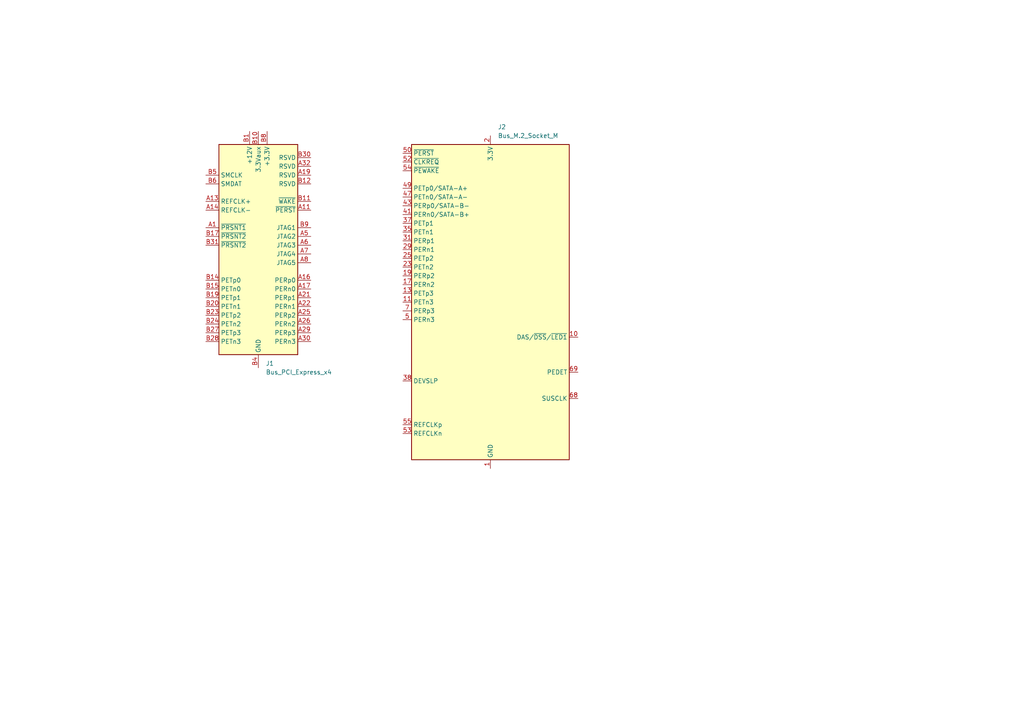
<source format=kicad_sch>
(kicad_sch (version 20250114) (generator "eeschema") (generator_version "9.0")
  (paper "A4")
  (lib_symbols
    (symbol "Connector:Bus_M.2_Socket_M"
      (property "Reference" "J" (at -22.86 46.99 0))
      (property "Value" "Bus_M.2_Socket_M" (at 16.51 46.99 0))
      (symbol "Bus_M.2_Socket_M_0_1"
        (rectangle (start -22.86 45.72) (end 22.86 -45.72) (stroke (width 0.254)) (fill (type background)))
      )
      (symbol "Bus_M.2_Socket_M_1_1"
        (pin output line (at -25.4 43.18 0) (length 2.54) (name "~{PERST}") (number "50"))
        (pin bidirectional line (at -25.4 40.64 0) (length 2.54) (name "~{CLKREQ}") (number "52"))
        (pin bidirectional line (at -25.4 38.1 0) (length 2.54) (name "~{PEWAKE}") (number "54"))
        (pin output line (at -25.4 33.02 0) (length 2.54) (name "PETp0/SATA-A+") (number "49"))
        (pin output line (at -25.4 30.48 0) (length 2.54) (name "PETn0/SATA-A-") (number "47"))
        (pin input line (at -25.4 27.94 0) (length 2.54) (name "PERp0/SATA-B-") (number "43"))
        (pin input line (at -25.4 25.4 0) (length 2.54) (name "PERn0/SATA-B+") (number "41"))
        (pin output line (at -25.4 22.86 0) (length 2.54) (name "PETp1") (number "37"))
        (pin output line (at -25.4 20.32 0) (length 2.54) (name "PETn1") (number "35"))
        (pin input line (at -25.4 17.78 0) (length 2.54) (name "PERp1") (number "31"))
        (pin input line (at -25.4 15.24 0) (length 2.54) (name "PERn1") (number "29"))
        (pin output line (at -25.4 12.7 0) (length 2.54) (name "PETp2") (number "25"))
        (pin output line (at -25.4 10.16 0) (length 2.54) (name "PETn2") (number "23"))
        (pin input line (at -25.4 7.62 0) (length 2.54) (name "PERp2") (number "19"))
        (pin input line (at -25.4 5.08 0) (length 2.54) (name "PERn2") (number "17"))
        (pin output line (at -25.4 2.54 0) (length 2.54) (name "PETp3") (number "13"))
        (pin output line (at -25.4 0 0) (length 2.54) (name "PETn3") (number "11"))
        (pin input line (at -25.4 -2.54 0) (length 2.54) (name "PERp3") (number "7"))
        (pin input line (at -25.4 -5.08 0) (length 2.54) (name "PERn3") (number "5"))
        (pin output line (at -25.4 -22.86 0) (length 2.54) (name "DEVSLP") (number "38"))
        (pin output line (at -25.4 -35.56 0) (length 2.54) (name "REFCLKp") (number "55"))
        (pin output line (at -25.4 -38.1 0) (length 2.54) (name "REFCLKn") (number "53"))
        (pin passive line (at 0 48.26 270) (length 2.54) (hide yes) (name "3.3V") (number "12"))
        (pin passive line (at 0 48.26 270) (length 2.54) (hide yes) (name "3.3V") (number "14"))
        (pin passive line (at 0 48.26 270) (length 2.54) (hide yes) (name "3.3V") (number "16"))
        (pin passive line (at 0 48.26 270) (length 2.54) (hide yes) (name "3.3V") (number "18"))
        (pin power_in line (at 0 48.26 270) (length 2.54) (name "3.3V") (number "2"))
        (pin passive line (at 0 48.26 270) (length 2.54) (hide yes) (name "3.3V") (number "4"))
        (pin passive line (at 0 48.26 270) (length 2.54) (hide yes) (name "3.3V") (number "70"))
        (pin passive line (at 0 48.26 270) (length 2.54) (hide yes) (name "3.3V") (number "72"))
        (pin passive line (at 0 48.26 270) (length 2.54) (hide yes) (name "3.3V") (number "74"))
        (pin power_in line (at 0 -48.26 90) (length 2.54) (name "GND") (number "1"))
        (pin passive line (at 0 -48.26 90) (length 2.54) (hide yes) (name "GND") (number "15"))
        (pin passive line (at 0 -48.26 90) (length 2.54) (hide yes) (name "GND") (number "21"))
        (pin passive line (at 0 -48.26 90) (length 2.54) (hide yes) (name "GND") (number "27"))
        (pin passive line (at 0 -48.26 90) (length 2.54) (hide yes) (name "GND") (number "3"))
        (pin passive line (at 0 -48.26 90) (length 2.54) (hide yes) (name "GND") (number "33"))
        (pin passive line (at 0 -48.26 90) (length 2.54) (hide yes) (name "GND") (number "39"))
        (pin passive line (at 0 -48.26 90) (length 2.54) (hide yes) (name "GND") (number "45"))
        (pin passive line (at 0 -48.26 90) (length 2.54) (hide yes) (name "GND") (number "51"))
        (pin passive line (at 0 -48.26 90) (length 2.54) (hide yes) (name "GND") (number "57"))
        (pin passive line (at 0 -48.26 90) (length 2.54) (hide yes) (name "GND") (number "71"))
        (pin passive line (at 0 -48.26 90) (length 2.54) (hide yes) (name "GND") (number "73"))
        (pin passive line (at 0 -48.26 90) (length 2.54) (hide yes) (name "GND") (number "75"))
        (pin passive line (at 0 -48.26 90) (length 2.54) (hide yes) (name "GND") (number "9"))
        (pin no_connect line (at 22.86 40.64 180) (length 2.54) (hide yes) (name "NC") (number "58"))
        (pin no_connect line (at 22.86 38.1 180) (length 2.54) (hide yes) (name "NC") (number "56"))
        (pin no_connect line (at 22.86 35.56 180) (length 2.54) (hide yes) (name "NC") (number "48"))
        (pin no_connect line (at 22.86 33.02 180) (length 2.54) (hide yes) (name "NC") (number "46"))
        (pin no_connect line (at 22.86 30.48 180) (length 2.54) (hide yes) (name "NC") (number "44"))
        (pin no_connect line (at 22.86 27.94 180) (length 2.54) (hide yes) (name "NC") (number "42"))
        (pin no_connect line (at 22.86 25.4 180) (length 2.54) (hide yes) (name "NC") (number "40"))
        (pin no_connect line (at 22.86 22.86 180) (length 2.54) (hide yes) (name "NC") (number "36"))
        (pin no_connect line (at 22.86 20.32 180) (length 2.54) (hide yes) (name "NC") (number "34"))
        (pin no_connect line (at 22.86 17.78 180) (length 2.54) (hide yes) (name "NC") (number "32"))
        (pin no_connect line (at 22.86 15.24 180) (length 2.54) (hide yes) (name "NC") (number "30"))
        (pin no_connect line (at 22.86 12.7 180) (length 2.54) (hide yes) (name "NC") (number "28"))
        (pin no_connect line (at 22.86 10.16 180) (length 2.54) (hide yes) (name "NC") (number "26"))
        (pin no_connect line (at 22.86 7.62 180) (length 2.54) (hide yes) (name "NC") (number "24"))
        (pin no_connect line (at 22.86 5.08 180) (length 2.54) (hide yes) (name "NC") (number "22"))
        (pin no_connect line (at 22.86 2.54 180) (length 2.54) (hide yes) (name "NC") (number "20"))
        (pin no_connect line (at 22.86 0 180) (length 2.54) (hide yes) (name "NC") (number "8"))
        (pin no_connect line (at 22.86 -2.54 180) (length 2.54) (hide yes) (name "NC") (number "6"))
        (pin no_connect line (at 22.86 -5.08 180) (length 2.54) (hide yes) (name "NC") (number "67"))
        (pin bidirectional line (at 25.4 -10.16 180) (length 2.54) (name "DAS/~{DSS}/~{LED1}") (number "10"))
        (pin passive line (at 25.4 -20.32 180) (length 2.54) (name "PEDET") (number "69"))
        (pin output line (at 25.4 -27.94 180) (length 2.54) (name "SUSCLK") (number "68"))
      )
    )
    (symbol "Connector:Bus_PCI_Express_x4"
      (property "Reference" "J" (at -8.89 33.02 0))
      (property "Value" "Bus_PCI_Express_x4" (at 12.7 33.02 0))
      (symbol "Bus_PCI_Express_x4_0_1"
        (rectangle (start -11.43 31.75) (end 11.43 -29.21) (stroke (width 0.254)) (fill (type background)))
      )
      (symbol "Bus_PCI_Express_x4_1_1"
        (pin input line (at -15.24 22.86 0) (length 3.81) (name "SMCLK") (number "B5"))
        (pin bidirectional line (at -15.24 20.32 0) (length 3.81) (name "SMDAT") (number "B6"))
        (pin input line (at -15.24 15.24 0) (length 3.81) (name "REFCLK+") (number "A13"))
        (pin input line (at -15.24 12.7 0) (length 3.81) (name "REFCLK-") (number "A14"))
        (pin passive line (at -15.24 7.62 0) (length 3.81) (name "~{PRSNT1}") (number "A1"))
        (pin passive line (at -15.24 5.08 0) (length 3.81) (name "~{PRSNT2}") (number "B17"))
        (pin passive line (at -15.24 2.54 0) (length 3.81) (name "~{PRSNT2}") (number "B31"))
        (pin input line (at -15.24 -7.62 0) (length 3.81) (name "PETp0") (number "B14"))
        (pin input line (at -15.24 -10.16 0) (length 3.81) (name "PETn0") (number "B15"))
        (pin input line (at -15.24 -12.7 0) (length 3.81) (name "PETp1") (number "B19"))
        (pin input line (at -15.24 -15.24 0) (length 3.81) (name "PETn1") (number "B20"))
        (pin input line (at -15.24 -17.78 0) (length 3.81) (name "PETp2") (number "B23"))
        (pin input line (at -15.24 -20.32 0) (length 3.81) (name "PETn2") (number "B24"))
        (pin input line (at -15.24 -22.86 0) (length 3.81) (name "PETp3") (number "B27"))
        (pin input line (at -15.24 -25.4 0) (length 3.81) (name "PETn3") (number "B28"))
        (pin passive line (at -2.54 35.56 270) (length 3.81) (hide yes) (name "+12V") (number "A2"))
        (pin passive line (at -2.54 35.56 270) (length 3.81) (hide yes) (name "+12V") (number "A3"))
        (pin power_in line (at -2.54 35.56 270) (length 3.81) (name "+12V") (number "B1"))
        (pin passive line (at -2.54 35.56 270) (length 3.81) (hide yes) (name "+12V") (number "B2"))
        (pin passive line (at -2.54 35.56 270) (length 3.81) (hide yes) (name "+12V") (number "B3"))
        (pin power_in line (at 0 35.56 270) (length 3.81) (name "3.3Vaux") (number "B10"))
        (pin passive line (at 0 -33.02 90) (length 3.81) (hide yes) (name "GND") (number "A12"))
        (pin passive line (at 0 -33.02 90) (length 3.81) (hide yes) (name "GND") (number "A15"))
        (pin passive line (at 0 -33.02 90) (length 3.81) (hide yes) (name "GND") (number "A18"))
        (pin passive line (at 0 -33.02 90) (length 3.81) (hide yes) (name "GND") (number "A20"))
        (pin passive line (at 0 -33.02 90) (length 3.81) (hide yes) (name "GND") (number "A23"))
        (pin passive line (at 0 -33.02 90) (length 3.81) (hide yes) (name "GND") (number "A24"))
        (pin passive line (at 0 -33.02 90) (length 3.81) (hide yes) (name "GND") (number "A27"))
        (pin passive line (at 0 -33.02 90) (length 3.81) (hide yes) (name "GND") (number "A28"))
        (pin passive line (at 0 -33.02 90) (length 3.81) (hide yes) (name "GND") (number "A31"))
        (pin passive line (at 0 -33.02 90) (length 3.81) (hide yes) (name "GND") (number "A4"))
        (pin passive line (at 0 -33.02 90) (length 3.81) (hide yes) (name "GND") (number "B13"))
        (pin passive line (at 0 -33.02 90) (length 3.81) (hide yes) (name "GND") (number "B16"))
        (pin passive line (at 0 -33.02 90) (length 3.81) (hide yes) (name "GND") (number "B18"))
        (pin passive line (at 0 -33.02 90) (length 3.81) (hide yes) (name "GND") (number "B21"))
        (pin passive line (at 0 -33.02 90) (length 3.81) (hide yes) (name "GND") (number "B22"))
        (pin passive line (at 0 -33.02 90) (length 3.81) (hide yes) (name "GND") (number "B25"))
        (pin passive line (at 0 -33.02 90) (length 3.81) (hide yes) (name "GND") (number "B26"))
        (pin passive line (at 0 -33.02 90) (length 3.81) (hide yes) (name "GND") (number "B29"))
        (pin passive line (at 0 -33.02 90) (length 3.81) (hide yes) (name "GND") (number "B32"))
        (pin power_in line (at 0 -33.02 90) (length 3.81) (name "GND") (number "B4"))
        (pin passive line (at 0 -33.02 90) (length 3.81) (hide yes) (name "GND") (number "B7"))
        (pin passive line (at 2.54 35.56 270) (length 3.81) (hide yes) (name "+3.3V") (number "A10"))
        (pin passive line (at 2.54 35.56 270) (length 3.81) (hide yes) (name "+3.3V") (number "A9"))
        (pin power_in line (at 2.54 35.56 270) (length 3.81) (name "+3.3V") (number "B8"))
        (pin passive line (at 15.24 27.94 180) (length 3.81) (name "RSVD") (number "B30"))
        (pin passive line (at 15.24 25.4 180) (length 3.81) (name "RSVD") (number "A32"))
        (pin passive line (at 15.24 22.86 180) (length 3.81) (name "RSVD") (number "A19"))
        (pin passive line (at 15.24 20.32 180) (length 3.81) (name "RSVD") (number "B12"))
        (pin open_collector line (at 15.24 15.24 180) (length 3.81) (name "~{WAKE}") (number "B11"))
        (pin input line (at 15.24 12.7 180) (length 3.81) (name "~{PERST}") (number "A11"))
        (pin input line (at 15.24 7.62 180) (length 3.81) (name "JTAG1") (number "B9"))
        (pin input line (at 15.24 5.08 180) (length 3.81) (name "JTAG2") (number "A5"))
        (pin input line (at 15.24 2.54 180) (length 3.81) (name "JTAG3") (number "A6"))
        (pin output line (at 15.24 0 180) (length 3.81) (name "JTAG4") (number "A7"))
        (pin input line (at 15.24 -2.54 180) (length 3.81) (name "JTAG5") (number "A8"))
        (pin output line (at 15.24 -7.62 180) (length 3.81) (name "PERp0") (number "A16"))
        (pin output line (at 15.24 -10.16 180) (length 3.81) (name "PERn0") (number "A17"))
        (pin output line (at 15.24 -12.7 180) (length 3.81) (name "PERp1") (number "A21"))
        (pin output line (at 15.24 -15.24 180) (length 3.81) (name "PERn1") (number "A22"))
        (pin output line (at 15.24 -17.78 180) (length 3.81) (name "PERp2") (number "A25"))
        (pin output line (at 15.24 -20.32 180) (length 3.81) (name "PERn2") (number "A26"))
        (pin output line (at 15.24 -22.86 180) (length 3.81) (name "PERp3") (number "A29"))
        (pin output line (at 15.24 -25.4 180) (length 3.81) (name "PERn3") (number "A30"))
      )
    )
  )
  (symbol (lib_id "Connector:Bus_PCI_Express_x4") (at 74.93 73.66 0) (unit 1)
    (property "Reference" "J1" (at 77.0733 105.41 0) (effects (justify left)))
    (property "Value" "Bus_PCI_Express_x4" (at 77.0733 107.95 0) (effects (justify left)))
    (property "Footprint" "Connector_PCBEdge:BUS_PCIexpress_x4" (effects (hide yes)))
    (property "Datasheet" "http://www.ritrontek.com/uploadfile/2016/1026/20161026105231124.pdf#page=63" (effects (hide yes)))
    (property "Description" "PCI Express bus connector x4" (effects (hide yes)))
  )
  (symbol (lib_id "Connector:Bus_M.2_Socket_M") (at 142.24 87.63 0) (unit 1)
    (property "Reference" "J2" (at 144.3833 36.83 0) (effects (justify left)))
    (property "Value" "Bus_M.2_Socket_M" (at 144.3833 39.37 0) (effects (justify left)))
    (property "Datasheet" "https://web.archive.org/web/20200613074028/http://read.pudn.com/downloads794/doc/project/3133918/PCIe_M.2_Electromechanical_Spec_Rev1.0_Final_11012013_RS_Clean.pdf#page=155" (effects (hide yes)))
    (property "Description" "M.2 Socket 3 Mechanical Key M" (effects (hide yes)))
  )
)
</source>
